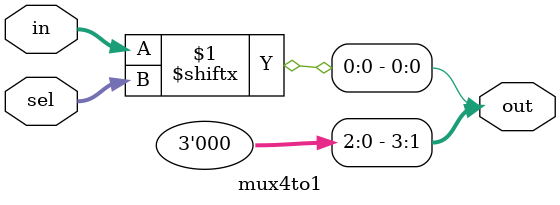
<source format=sv>
module top_module (
	input [1023:0] in,
	input [7:0] sel,
	output [3:0] out
);

wire [3:0] mux_out;

assign out = mux_out;

// Create the 256-to-1 multiplexer
genvar i;
generate
	for (i = 0; i < 256; i = i + 1) begin : mux_instance
		// Calculate the starting index of each 4-bit input
		wire [9:0] start_index = i * 4 + sel * 4;
		// Extract the corresponding 4-bit input from the input vector
		wire [3:0] mux_input = in[start_index +: 4];
		// Connect the multiplexer inputs to the outputs
		if (i == 0) begin : first_input
			mux4to1 mux (
				.in(mux_input),
				.sel(sel),
				.out(mux_out)
			);
		end
		else begin
			mux4to1 mux (
				.in(mux_input),
				.sel(sel),
				.out()
			);
		end
	end
endgenerate

endmodule
module mux4to1 (
	input [3:0] in,
	input [7:0] sel,
	output [3:0] out
);
	assign out = in[sel];
endmodule

</source>
